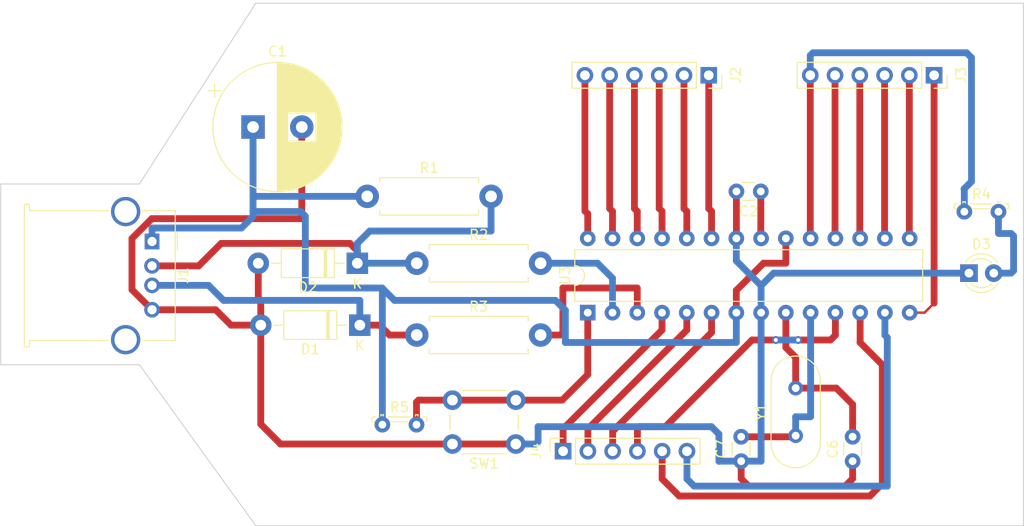
<source format=kicad_pcb>
(kicad_pcb (version 20211014) (generator pcbnew)
  (layers (0 "F.Cu" signal) (31 "B.Cu" signal) (34 "B.Paste" user) (35 "F.Paste" user) (36 "B.SilkS" user "B.Silkscreen") (37 "F.SilkS" user "F.Silkscreen") (38 "B.Mask" user) (39 "F.Mask" user) (44 "Edge.Cuts" user))
  (net 0 "")
  (net 1 "VCC")
  (net 2 "GND")
  (net 3 "Net-(C6-Pad2)")
  (net 4 "Net-(C7-Pad2)")
  (net 5 "AREF")
  (net 6 "Net-(D1-Pad1)")
  (net 7 "Net-(D3-Pad2)")
  (net 8 "Net-(R1-Pad2)")
  (net 9 "Rx")
  (net 10 "Tx")
  (net 11 "D11")
  (net 12 "D13")
  (net 13 "RESET")
  (net 14 "D12")
  (net 15 "D2")
  (net 16 "D3")
  (net 17 "D4")
  (net 18 "D5")
  (net 19 "D6")
  (net 20 "D7")
  (net 21 "D8")
  (net 22 "D9")
  (net 23 "D10")
  (net 24 "A0")
  (net 25 "A1")
  (net 26 "A2")
  (net 27 "A3")
  (net 28 "A4")
  (net 29 "A5")
  (footprint "OptoDevice:R_LDR_5.2x5.2mm_P3.5mm_Horizontal" (layer "F.Cu") (at 276.126 125.526)
    (fp_text reference "R4" (at 1.75 -1.79) (layer "F.SilkS"))
    (fp_text value "R")
    (pad "1" thru_hole circle (at 0 0) (size 1.6 1.6) (drill 0.8) (layers *.Cu *.Mask) (net 12 "D13"))
    (pad "2" thru_hole circle (at 3.5 0) (size 1.6 1.6) (drill 0.8) (layers *.Cu *.Mask) (net 7 "Net-(D3-Pad2)"))
  )
  (footprint "Crystal:Crystal_HC49-4H_Vertical" (layer "F.Cu") (at 258.826 148.5 90)
    (fp_text reference "Y1" (at 2.44 -3.525 90) (layer "F.SilkS"))
    (fp_text value "Crystal")
    (pad "1" thru_hole circle (at 0 0 90) (size 1.5 1.5) (drill 0.8) (layers *.Cu *.Mask) (net 4 "Net-(C7-Pad2)"))
    (pad "2" thru_hole circle (at 4.88 0 90) (size 1.5 1.5) (drill 0.8) (layers *.Cu *.Mask) (net 3 "Net-(C6-Pad2)"))
  )
  (footprint "Diode_THT:D_DO-41_SOD81_P10.16mm_Horizontal" (layer "F.Cu") (at 214.122 137.16 180)
    (fp_text reference "D1" (at 5.08 -2.47) (layer "F.SilkS"))
    (fp_text value "1N4007")
    (fp_text user "K" (at 0 -2.1) (layer "F.SilkS"))
    (pad "1" thru_hole rect (at 0 0 180) (size 2.2 2.2) (drill 1.1) (layers *.Cu *.Mask) (net 6 "Net-(D1-Pad1)"))
    (pad "2" thru_hole oval (at 10.16 0 180) (size 2.2 2.2) (drill 1.1) (layers *.Cu *.Mask) (net 2 "GND"))
  )
  (footprint "Resistor_THT:R_Axial_DIN0411_L9.9mm_D3.6mm_P12.70mm_Horizontal" (layer "F.Cu") (at 219.964 130.81)
    (fp_text reference "R2" (at 6.35 -2.92) (layer "F.SilkS"))
    (fp_text value "R")
    (pad "1" thru_hole circle (at 0 0) (size 2.4 2.4) (drill 1.2) (layers *.Cu *.Mask) (net 8 "Net-(R1-Pad2)"))
    (pad "2" thru_hole oval (at 12.7 0) (size 2.4 2.4) (drill 1.2) (layers *.Cu *.Mask) (net 9 "Rx"))
  )
  (footprint "Button_Switch_THT:SW_PUSH_6mm" (layer "F.Cu") (at 230.124 149.352 180)
    (fp_text reference "SW1" (at 3.25 -2) (layer "F.SilkS"))
    (fp_text value "SW_Push")
    (pad "1" thru_hole circle (at 6.5 0 270) (size 2 2) (drill 1.1) (layers *.Cu *.Mask) (net 2 "GND"))
    (pad "1" thru_hole circle (at 0 0 270) (size 2 2) (drill 1.1) (layers *.Cu *.Mask) (net 2 "GND"))
    (pad "2" thru_hole circle (at 6.5 4.5 270) (size 2 2) (drill 1.1) (layers *.Cu *.Mask) (net 13 "RESET"))
    (pad "2" thru_hole circle (at 0 4.5 270) (size 2 2) (drill 1.1) (layers *.Cu *.Mask) (net 13 "RESET"))
  )
  (footprint "Resistor_THT:R_Axial_DIN0411_L9.9mm_D3.6mm_P12.70mm_Horizontal" (layer "F.Cu") (at 214.884 123.952)
    (fp_text reference "R1" (at 6.35 -2.92) (layer "F.SilkS"))
    (fp_text value "R")
    (pad "1" thru_hole circle (at 0 0) (size 2.4 2.4) (drill 1.2) (layers *.Cu *.Mask) (net 1 "VCC"))
    (pad "2" thru_hole oval (at 12.7 0) (size 2.4 2.4) (drill 1.2) (layers *.Cu *.Mask) (net 8 "Net-(R1-Pad2)"))
  )
  (footprint "Connector_PinSocket_2.54mm:PinSocket_1x06_P2.54mm_Vertical" (layer "F.Cu") (at 249.911 111.531 -90)
    (fp_text reference "J2" (at 0 -2.77 90) (layer "F.SilkS"))
    (fp_text value "Conn_01x06_Female")
    (pad "1" thru_hole rect (at 0 0 270) (size 1.7 1.7) (drill 1) (layers *.Cu *.Mask) (net 24 "A0"))
    (pad "2" thru_hole oval (at 0 2.54 270) (size 1.7 1.7) (drill 1) (layers *.Cu *.Mask) (net 25 "A1"))
    (pad "3" thru_hole oval (at 0 5.08 270) (size 1.7 1.7) (drill 1) (layers *.Cu *.Mask) (net 26 "A2"))
    (pad "4" thru_hole oval (at 0 7.62 270) (size 1.7 1.7) (drill 1) (layers *.Cu *.Mask) (net 27 "A3"))
    (pad "5" thru_hole oval (at 0 10.16 270) (size 1.7 1.7) (drill 1) (layers *.Cu *.Mask) (net 28 "A4"))
    (pad "6" thru_hole oval (at 0 12.7 270) (size 1.7 1.7) (drill 1) (layers *.Cu *.Mask) (net 29 "A5"))
  )
  (footprint "Diode_THT:D_DO-41_SOD81_P10.16mm_Horizontal" (layer "F.Cu") (at 213.868 130.81 180)
    (fp_text reference "D2" (at 5.08 -2.47) (layer "F.SilkS"))
    (fp_text value "1N4007")
    (fp_text user "K" (at 0 -2.1) (layer "F.SilkS"))
    (pad "1" thru_hole rect (at 0 0 180) (size 2.2 2.2) (drill 1.1) (layers *.Cu *.Mask) (net 8 "Net-(R1-Pad2)"))
    (pad "2" thru_hole oval (at 10.16 0 180) (size 2.2 2.2) (drill 1.1) (layers *.Cu *.Mask) (net 2 "GND"))
  )
  (footprint "Capacitor_THT:C_Disc_D3.0mm_W1.6mm_P2.50mm" (layer "F.Cu") (at 255.25 123.444 180)
    (fp_text reference "C2" (at 1.25 -2.05) (layer "F.SilkS"))
    (fp_text value "C")
    (pad "1" thru_hole circle (at 0 0 180) (size 1.6 1.6) (drill 0.8) (layers *.Cu *.Mask) (net 5 "AREF"))
    (pad "2" thru_hole circle (at 2.5 0 180) (size 1.6 1.6) (drill 0.8) (layers *.Cu *.Mask) (net 2 "GND"))
  )
  (footprint "Package_DIP:DIP-28_W7.62mm" (layer "F.Cu") (at 237.5 135.88 90)
    (fp_text reference "U3" (at 3.81 -2.33 90) (layer "F.SilkS"))
    (fp_text value "ATmega328P-PU")
    (pad "1" thru_hole rect (at 0 0 90) (size 1.6 1.6) (drill 0.8) (layers *.Cu *.Mask) (net 13 "RESET"))
    (pad "2" thru_hole oval (at 0 2.54 90) (size 1.6 1.6) (drill 0.8) (layers *.Cu *.Mask) (net 9 "Rx"))
    (pad "3" thru_hole oval (at 0 5.08 90) (size 1.6 1.6) (drill 0.8) (layers *.Cu *.Mask) (net 10 "Tx"))
    (pad "4" thru_hole oval (at 0 7.62 90) (size 1.6 1.6) (drill 0.8) (layers *.Cu *.Mask) (net 15 "D2"))
    (pad "5" thru_hole oval (at 0 10.16 90) (size 1.6 1.6) (drill 0.8) (layers *.Cu *.Mask) (net 16 "D3"))
    (pad "6" thru_hole oval (at 0 12.7 90) (size 1.6 1.6) (drill 0.8) (layers *.Cu *.Mask) (net 17 "D4"))
    (pad "7" thru_hole oval (at 0 15.24 90) (size 1.6 1.6) (drill 0.8) (layers *.Cu *.Mask) (net 1 "VCC"))
    (pad "8" thru_hole oval (at 0 17.78 90) (size 1.6 1.6) (drill 0.8) (layers *.Cu *.Mask) (net 2 "GND"))
    (pad "9" thru_hole oval (at 0 20.32 90) (size 1.6 1.6) (drill 0.8) (layers *.Cu *.Mask) (net 3 "Net-(C6-Pad2)"))
    (pad "10" thru_hole oval (at 0 22.86 90) (size 1.6 1.6) (drill 0.8) (layers *.Cu *.Mask) (net 4 "Net-(C7-Pad2)"))
    (pad "11" thru_hole oval (at 0 25.4 90) (size 1.6 1.6) (drill 0.8) (layers *.Cu *.Mask) (net 18 "D5"))
    (pad "12" thru_hole oval (at 0 27.94 90) (size 1.6 1.6) (drill 0.8) (layers *.Cu *.Mask) (net 19 "D6"))
    (pad "13" thru_hole oval (at 0 30.48 90) (size 1.6 1.6) (drill 0.8) (layers *.Cu *.Mask) (net 20 "D7"))
    (pad "14" thru_hole oval (at 0 33.02 90) (size 1.6 1.6) (drill 0.8) (layers *.Cu *.Mask) (net 21 "D8"))
    (pad "15" thru_hole oval (at 7.62 33.02 90) (size 1.6 1.6) (drill 0.8) (layers *.Cu *.Mask) (net 22 "D9"))
    (pad "16" thru_hole oval (at 7.62 30.48 90) (size 1.6 1.6) (drill 0.8) (layers *.Cu *.Mask) (net 23 "D10"))
    (pad "17" thru_hole oval (at 7.62 27.94 90) (size 1.6 1.6) (drill 0.8) (layers *.Cu *.Mask) (net 11 "D11"))
    (pad "18" thru_hole oval (at 7.62 25.4 90) (size 1.6 1.6) (drill 0.8) (layers *.Cu *.Mask) (net 14 "D12"))
    (pad "19" thru_hole oval (at 7.62 22.86 90) (size 1.6 1.6) (drill 0.8) (layers *.Cu *.Mask) (net 12 "D13"))
    (pad "20" thru_hole oval (at 7.62 20.32 90) (size 1.6 1.6) (drill 0.8) (layers *.Cu *.Mask) (net 1 "VCC"))
    (pad "21" thru_hole oval (at 7.62 17.78 90) (size 1.6 1.6) (drill 0.8) (layers *.Cu *.Mask) (net 5 "AREF"))
    (pad "22" thru_hole oval (at 7.62 15.24 90) (size 1.6 1.6) (drill 0.8) (layers *.Cu *.Mask) (net 2 "GND"))
    (pad "23" thru_hole oval (at 7.62 12.7 90) (size 1.6 1.6) (drill 0.8) (layers *.Cu *.Mask) (net 24 "A0"))
    (pad "24" thru_hole oval (at 7.62 10.16 90) (size 1.6 1.6) (drill 0.8) (layers *.Cu *.Mask) (net 25 "A1"))
    (pad "25" thru_hole oval (at 7.62 7.62 90) (size 1.6 1.6) (drill 0.8) (layers *.Cu *.Mask) (net 26 "A2"))
    (pad "26" thru_hole oval (at 7.62 5.08 90) (size 1.6 1.6) (drill 0.8) (layers *.Cu *.Mask) (net 27 "A3"))
    (pad "27" thru_hole oval (at 7.62 2.54 90) (size 1.6 1.6) (drill 0.8) (layers *.Cu *.Mask) (net 28 "A4"))
    (pad "28" thru_hole oval (at 7.62 0 90) (size 1.6 1.6) (drill 0.8) (layers *.Cu *.Mask) (net 29 "A5"))
  )
  (footprint "Resistor_THT:R_Axial_DIN0411_L9.9mm_D3.6mm_P12.70mm_Horizontal" (layer "F.Cu") (at 219.964 138.176)
    (fp_text reference "R3" (at 6.35 -2.92) (layer "F.SilkS"))
    (fp_text value "R")
    (pad "1" thru_hole circle (at 0 0) (size 2.4 2.4) (drill 1.2) (layers *.Cu *.Mask) (net 6 "Net-(D1-Pad1)"))
    (pad "2" thru_hole oval (at 12.7 0) (size 2.4 2.4) (drill 1.2) (layers *.Cu *.Mask) (net 10 "Tx"))
  )
  (footprint "LED_THT:LED_D3.0mm_Clear" (layer "F.Cu") (at 276.601 131.826)
    (fp_text reference "D3" (at 1.27 -2.96) (layer "F.SilkS"))
    (fp_text value "LED")
    (pad "1" thru_hole rect (at 0 0) (size 1.8 1.8) (drill 0.9) (layers *.Cu *.Mask) (net 2 "GND"))
    (pad "2" thru_hole circle (at 2.54 0) (size 1.8 1.8) (drill 0.9) (layers *.Cu *.Mask) (net 7 "Net-(D3-Pad2)"))
  )
  (footprint "Capacitor_THT:CP_Radial_D13.0mm_P5.00mm" (layer "F.Cu") (at 203.170785 116.84)
    (fp_text reference "C1" (at 2.5 -7.75) (layer "F.SilkS"))
    (fp_text value "C")
    (pad "1" thru_hole rect (at 0 0) (size 2.4 2.4) (drill 1.2) (layers *.Cu *.Mask) (net 1 "VCC"))
    (pad "2" thru_hole circle (at 5 0) (size 2.4 2.4) (drill 1.2) (layers *.Cu *.Mask) (net 2 "GND"))
  )
  (footprint "Connector_PinSocket_2.54mm:PinSocket_1x06_P2.54mm_Vertical" (layer "F.Cu") (at 234.975 150.089 90)
    (fp_text reference "J4" (at 0 -2.77 90) (layer "F.SilkS"))
    (fp_text value "Conn_01x06_Female")
    (pad "1" thru_hole rect (at 0 0 90) (size 1.7 1.7) (drill 1) (layers *.Cu *.Mask) (net 15 "D2"))
    (pad "2" thru_hole oval (at 0 2.54 90) (size 1.7 1.7) (drill 1) (layers *.Cu *.Mask) (net 16 "D3"))
    (pad "3" thru_hole oval (at 0 5.08 90) (size 1.7 1.7) (drill 1) (layers *.Cu *.Mask) (net 17 "D4"))
    (pad "4" thru_hole oval (at 0 7.62 90) (size 1.7 1.7) (drill 1) (layers *.Cu *.Mask) (net 18 "D5"))
    (pad "5" thru_hole oval (at 0 10.16 90) (size 1.7 1.7) (drill 1) (layers *.Cu *.Mask) (net 19 "D6"))
    (pad "6" thru_hole oval (at 0 12.7 90) (size 1.7 1.7) (drill 1) (layers *.Cu *.Mask) (net 20 "D7"))
  )
  (footprint "Capacitor_THT:C_Disc_D3.0mm_W1.6mm_P2.50mm" (layer "F.Cu") (at 253.238 151.11 90)
    (fp_text reference "C7" (at 1.25 -2.05 90) (layer "F.SilkS"))
    (fp_text value "C")
    (pad "1" thru_hole circle (at 0 0 90) (size 1.6 1.6) (drill 0.8) (layers *.Cu *.Mask) (net 2 "GND"))
    (pad "2" thru_hole circle (at 2.5 0 90) (size 1.6 1.6) (drill 0.8) (layers *.Cu *.Mask) (net 4 "Net-(C7-Pad2)"))
  )
  (footprint "Connector_PinSocket_2.54mm:PinSocket_1x06_P2.54mm_Vertical" (layer "F.Cu") (at 273.025 111.531 -90)
    (fp_text reference "J3" (at 0 -2.77 90) (layer "F.SilkS"))
    (fp_text value "Conn_01x06_Female")
    (pad "1" thru_hole rect (at 0 0 270) (size 1.7 1.7) (drill 1) (layers *.Cu *.Mask) (net 21 "D8"))
    (pad "2" thru_hole oval (at 0 2.54 270) (size 1.7 1.7) (drill 1) (layers *.Cu *.Mask) (net 22 "D9"))
    (pad "3" thru_hole oval (at 0 5.08 270) (size 1.7 1.7) (drill 1) (layers *.Cu *.Mask) (net 23 "D10"))
    (pad "4" thru_hole oval (at 0 7.62 270) (size 1.7 1.7) (drill 1) (layers *.Cu *.Mask) (net 11 "D11"))
    (pad "5" thru_hole oval (at 0 10.16 270) (size 1.7 1.7) (drill 1) (layers *.Cu *.Mask) (net 14 "D12"))
    (pad "6" thru_hole oval (at 0 12.7 270) (size 1.7 1.7) (drill 1) (layers *.Cu *.Mask) (net 12 "D13"))
  )
  (footprint "Connector_USB:USB_A_Molex_67643_Horizontal" (layer "F.Cu") (at 192.812 128.58 -90)
    (fp_text reference "J1" (at 3.5 -3.19 90) (layer "F.SilkS"))
    (fp_text value "USB_A(new)")
    (pad "1" thru_hole rect (at 0 0 270) (size 1.6 1.5) (drill 0.95) (layers *.Cu *.Mask) (net 1 "VCC"))
    (pad "2" thru_hole circle (at 2.5 0 270) (size 1.6 1.6) (drill 0.95) (layers *.Cu *.Mask) (net 8 "Net-(R1-Pad2)"))
    (pad "3" thru_hole circle (at 4.5 0 270) (size 1.6 1.6) (drill 0.95) (layers *.Cu *.Mask) (net 6 "Net-(D1-Pad1)"))
    (pad "4" thru_hole circle (at 7 0 270) (size 1.6 1.6) (drill 0.95) (layers *.Cu *.Mask) (net 2 "GND"))
    (pad "5" thru_hole circle (at -3.07 2.71 270) (size 3 3) (drill 2.3) (layers *.Cu *.Mask))
    (pad "5" thru_hole circle (at 10.07 2.71 270) (size 3 3) (drill 2.3) (layers *.Cu *.Mask))
  )
  (footprint "OptoDevice:R_LDR_5.2x5.2mm_P3.5mm_Horizontal" (layer "F.Cu") (at 216.436 147.37)
    (fp_text reference "R5" (at 1.75 -1.79) (layer "F.SilkS"))
    (fp_text value "R")
    (pad "1" thru_hole circle (at 0 0) (size 1.6 1.6) (drill 0.8) (layers *.Cu *.Mask) (net 1 "VCC"))
    (pad "2" thru_hole circle (at 3.5 0) (size 1.6 1.6) (drill 0.8) (layers *.Cu *.Mask) (net 13 "RESET"))
  )
  (footprint "Capacitor_THT:C_Disc_D3.0mm_W1.6mm_P2.50mm" (layer "F.Cu") (at 264.668 151.11 90)
    (fp_text reference "C6" (at 1.25 -2.05 90) (layer "F.SilkS"))
    (fp_text value "C")
    (pad "1" thru_hole circle (at 0 0 90) (size 1.6 1.6) (drill 0.8) (layers *.Cu *.Mask) (net 2 "GND"))
    (pad "2" thru_hole circle (at 2.5 0 90) (size 1.6 1.6) (drill 0.8) (layers *.Cu *.Mask) (net 3 "Net-(C6-Pad2)"))
  )
  (gr_line (start 177.292 139.7) (end 177.292 123.952) (layer "Edge.Cuts") (width 0.1))
  (gr_line (start 203.454 157.734) (end 191.516 141.224) (layer "Edge.Cuts") (width 0.1))
  (gr_line (start 177.292 141.224) (end 177.292 139.7) (layer "Edge.Cuts") (width 0.1))
  (gr_line (start 191.516 122.682) (end 203.454 104.14) (layer "Edge.Cuts") (width 0.1))
  (gr_line (start 203.454 104.14) (end 282.194 104.14) (layer "Edge.Cuts") (width 0.1))
  (gr_line (start 177.292 123.952) (end 177.292 122.682) (layer "Edge.Cuts") (width 0.1))
  (gr_line (start 282.194 157.734) (end 203.454 157.734) (layer "Edge.Cuts") (width 0.1))
  (gr_line (start 177.292 122.682) (end 191.516 122.682) (layer "Edge.Cuts") (width 0.1))
  (gr_line (start 191.516 141.224) (end 177.292 141.224) (layer "Edge.Cuts") (width 0.1))
  (gr_line (start 282.194 104.14) (end 282.194 157.734) (layer "Edge.Cuts") (width 0.1))
  (segment (start 252.74 135.88) (end 252.74 133.594) (width 0.7) (layer "F.Cu") (net 1))
  (segment (start 255.524 130.81) (end 257.81 130.81) (width 0.7) (layer "F.Cu") (net 1))
  (segment (start 252.74 133.594) (end 255.524 130.81) (width 0.7) (layer "F.Cu") (net 1))
  (segment (start 257.81 130.81) (end 257.82 130.8) (width 0.25) (layer "F.Cu") (net 1))
  (segment (start 257.82 130.8) (end 257.82 128.26) (width 0.7) (layer "F.Cu") (net 1))
  (segment (start 203.170785 123.981215) (end 203.170785 116.84) (width 0.7) (layer "B.Cu") (net 1))
  (segment (start 203.2 123.952) (end 203.170785 123.981215) (width 0.25) (layer "B.Cu") (net 1))
  (segment (start 203.170785 125.505215) (end 203.170785 123.981215) (width 0.7) (layer "B.Cu") (net 1))
  (segment (start 208.055215 125.505215) (end 203.170785 125.505215) (width 0.7) (layer "B.Cu") (net 1))
  (segment (start 235.204 135.636) (end 235.204 138.938) (width 0.7) (layer "B.Cu") (net 1))
  (segment (start 203.170785 126.013215) (end 203.170785 125.505215) (width 0.7) (layer "B.Cu") (net 1))
  (segment (start 192.812 127.198785) (end 201.985215 127.198785) (width 0.7) (layer "B.Cu") (net 1))
  (segment (start 216.408 133.35) (end 208.534 133.35) (width 0.7) (layer "B.Cu") (net 1))
  (segment (start 208.534 125.984) (end 208.055215 125.505215) (width 0.7) (layer "B.Cu") (net 1))
  (segment (start 214.884 123.952) (end 203.2 123.952) (width 0.7) (layer "B.Cu") (net 1))
  (segment (start 216.436 133.378) (end 216.436 147.37) (width 0.7) (layer "B.Cu") (net 1))
  (segment (start 201.985215 127.198785) (end 203.170785 126.013215) (width 0.7) (layer "B.Cu") (net 1))
  (segment (start 216.436 133.378) (end 216.408 133.35) (width 0.25) (layer "B.Cu") (net 1))
  (segment (start 252.74 138.928) (end 252.74 135.88) (width 0.7) (layer "B.Cu") (net 1))
  (segment (start 217.678 134.62) (end 234.188 134.62) (width 0.7) (layer "B.Cu") (net 1))
  (segment (start 208.534 133.35) (end 208.534 125.984) (width 0.7) (layer "B.Cu") (net 1))
  (segment (start 252.73 138.938) (end 252.74 138.928) (width 0.25) (layer "B.Cu") (net 1))
  (segment (start 192.812 128.58) (end 192.812 127.198785) (width 0.7) (layer "B.Cu") (net 1))
  (segment (start 234.188 134.62) (end 235.204 135.636) (width 0.7) (layer "B.Cu") (net 1))
  (segment (start 235.204 138.938) (end 252.73 138.938) (width 0.7) (layer "B.Cu") (net 1))
  (segment (start 216.436 133.378) (end 217.678 134.62) (width 0.7) (layer "B.Cu") (net 1))
  (segment (start 252.75 128.25) (end 252.74 128.26) (width 0.25) (layer "F.Cu") (net 2))
  (segment (start 203.962 134.62) (end 203.962 137.16) (width 0.7) (layer "F.Cu") (net 2))
  (segment (start 192.812 135.58) (end 190.754 133.522) (width 0.7) (layer "F.Cu") (net 2))
  (segment (start 190.754 133.522) (end 190.754 128.27) (width 0.7) (layer "F.Cu") (net 2))
  (segment (start 208.170785 126.128785) (end 208.170785 116.84) (width 0.7) (layer "F.Cu") (net 2))
  (segment (start 203.962 137.16) (end 203.962 147.32) (width 0.7) (layer "F.Cu") (net 2))
  (segment (start 190.754 128.27) (end 192.786 126.238) (width 0.7) (layer "F.Cu") (net 2))
  (segment (start 203.708 134.366) (end 203.962 134.62) (width 0.7) (layer "F.Cu") (net 2))
  (segment (start 205.994 149.352) (end 223.624 149.352) (width 0.7) (layer "F.Cu") (net 2))
  (segment (start 223.624 149.352) (end 230.124 149.352) (width 0.7) (layer "F.Cu") (net 2))
  (segment (start 253.238 152.908) (end 254 153.67) (width 0.7) (layer "F.Cu") (net 2))
  (segment (start 192.812 135.58) (end 199.334 135.58) (width 0.7) (layer "F.Cu") (net 2))
  (segment (start 203.708 130.81) (end 203.708 134.366) (width 0.7) (layer "F.Cu") (net 2))
  (segment (start 263.906 153.67) (end 264.668 152.908) (width 0.7) (layer "F.Cu") (net 2))
  (segment (start 252.75 123.444) (end 252.75 128.25) (width 0.7) (layer "F.Cu") (net 2))
  (segment (start 200.914 137.16) (end 203.962 137.16) (width 0.7) (layer "F.Cu") (net 2))
  (segment (start 192.786 126.238) (end 208.28 126.238) (width 0.7) (layer "F.Cu") (net 2))
  (segment (start 254 153.67) (end 263.906 153.67) (width 0.7) (layer "F.Cu") (net 2))
  (segment (start 208.28 126.238) (end 208.170785 126.128785) (width 0.25) (layer "F.Cu") (net 2))
  (segment (start 253.238 151.11) (end 253.238 152.908) (width 0.7) (layer "F.Cu") (net 2))
  (segment (start 264.668 152.908) (end 264.668 151.11) (width 0.7) (layer "F.Cu") (net 2))
  (segment (start 199.334 135.58) (end 200.914 137.16) (width 0.7) (layer "F.Cu") (net 2))
  (segment (start 203.962 147.32) (end 205.994 149.352) (width 0.7) (layer "F.Cu") (net 2))
  (segment (start 256.56 131.826) (end 255.28 133.106) (width 0.7) (layer "B.Cu") (net 2))
  (segment (start 255.28 133.106) (end 255.28 135.88) (width 0.7) (layer "B.Cu") (net 2))
  (segment (start 255.25 151.11) (end 255.27 151.13) (width 0.25) (layer "B.Cu") (net 2))
  (segment (start 255.28 151.12) (end 255.28 135.88) (width 0.7) (layer "B.Cu") (net 2))
  (segment (start 252.74 130.566) (end 255.28 133.106) (width 0.7) (layer "B.Cu") (net 2))
  (segment (start 255.27 151.13) (end 255.28 151.12) (width 0.25) (layer "B.Cu") (net 2))
  (segment (start 250.972 151.11) (end 253.238 151.11) (width 0.7) (layer "B.Cu") (net 2))
  (segment (start 232.156 149.352) (end 232.41 149.098) (width 0.7) (layer "B.Cu") (net 2))
  (segment (start 250.952 148.336) (end 250.952 151.13) (width 0.7) (layer "B.Cu") (net 2))
  (segment (start 252.74 128.26) (end 252.74 130.566) (width 0.7) (layer "B.Cu") (net 2))
  (segment (start 230.124 149.352) (end 232.156 149.352) (width 0.7) (layer "B.Cu") (net 2))
  (segment (start 232.41 147.574) (end 250.19 147.574) (width 0.7) (layer "B.Cu") (net 2))
  (segment (start 276.601 131.826) (end 256.56 131.826) (width 0.7) (layer "B.Cu") (net 2))
  (segment (start 253.238 151.11) (end 255.25 151.11) (width 0.7) (layer "B.Cu") (net 2))
  (segment (start 250.19 147.574) (end 250.952 148.336) (width 0.7) (layer "B.Cu") (net 2))
  (segment (start 250.952 151.13) (end 250.972 151.11) (width 0.25) (layer "B.Cu") (net 2))
  (segment (start 232.41 149.098) (end 232.41 147.574) (width 0.7) (layer "B.Cu") (net 2))
  (segment (start 257.81 139.446) (end 257.82 139.436) (width 0.25) (layer "F.Cu") (net 3))
  (segment (start 263 143.62) (end 264.668 145.288) (width 0.7) (layer "F.Cu") (net 3))
  (segment (start 258.826 140.462) (end 257.81 139.446) (width 0.7) (layer "F.Cu") (net 3))
  (segment (start 264.668 145.288) (end 264.668 148.61) (width 0.7) (layer "F.Cu") (net 3))
  (segment (start 257.82 139.436) (end 257.82 135.88) (width 0.7) (layer "F.Cu") (net 3))
  (segment (start 258.826 143.62) (end 263 143.62) (width 0.7) (layer "F.Cu") (net 3))
  (segment (start 258.826 143.62) (end 258.826 140.462) (width 0.7) (layer "F.Cu") (net 3))
  (segment (start 253.238 148.61) (end 258.716 148.61) (width 0.7) (layer "F.Cu") (net 4))
  (segment (start 258.716 148.61) (end 258.826 148.5) (width 0.25) (layer "F.Cu") (net 4))
  (segment (start 258.826 146.558) (end 260.35 146.558) (width 0.7) (layer "B.Cu") (net 4))
  (segment (start 260.35 146.558) (end 260.36 146.548) (width 0.25) (layer "B.Cu") (net 4))
  (segment (start 260.36 146.548) (end 260.36 135.88) (width 0.7) (layer "B.Cu") (net 4))
  (segment (start 258.826 148.5) (end 258.826 146.558) (width 0.7) (layer "B.Cu") (net 4))
  (segment (start 255.25 128.23) (end 255.28 128.26) (width 0.25) (layer "F.Cu") (net 5))
  (segment (start 255.25 123.444) (end 255.25 128.23) (width 0.7) (layer "F.Cu") (net 5))
  (segment (start 217.17 138.176) (end 219.964 138.176) (width 0.7) (layer "F.Cu") (net 6))
  (segment (start 216.154 137.16) (end 217.17 138.176) (width 0.7) (layer "F.Cu") (net 6))
  (segment (start 214.122 137.16) (end 216.154 137.16) (width 0.7) (layer "F.Cu") (net 6))
  (segment (start 198.612 133.08) (end 200.152 134.62) (width 0.7) (layer "B.Cu") (net 6))
  (segment (start 192.812 133.08) (end 198.612 133.08) (width 0.7) (layer "B.Cu") (net 6))
  (segment (start 200.152 134.62) (end 214.122 134.62) (width 0.7) (layer "B.Cu") (net 6))
  (segment (start 214.122 134.62) (end 214.122 137.16) (width 0.7) (layer "B.Cu") (net 6))
  (segment (start 279.141 131.826) (end 280.924 131.826) (width 0.7) (layer "B.Cu") (net 7))
  (segment (start 281.178 131.572) (end 281.178 128.016) (width 0.7) (layer "B.Cu") (net 7))
  (segment (start 279.626 127.734) (end 279.626 125.526) (width 0.7) (layer "B.Cu") (net 7))
  (segment (start 281.178 128.016) (end 280.924 127.762) (width 0.7) (layer "B.Cu") (net 7))
  (segment (start 280.924 127.762) (end 279.654 127.762) (width 0.7) (layer "B.Cu") (net 7))
  (segment (start 280.924 131.826) (end 281.178 131.572) (width 0.7) (layer "B.Cu") (net 7))
  (segment (start 279.654 127.762) (end 279.626 127.734) (width 0.25) (layer "B.Cu") (net 7))
  (segment (start 213.106 128.778) (end 213.487 129.159) (width 0.7) (layer "F.Cu") (net 8))
  (segment (start 197.596 131.08) (end 199.898 128.778) (width 0.7) (layer "F.Cu") (net 8))
  (segment (start 192.812 131.08) (end 197.596 131.08) (width 0.7) (layer "F.Cu") (net 8))
  (segment (start 213.868 129.54) (end 213.868 130.81) (width 0.7) (layer "F.Cu") (net 8))
  (segment (start 199.898 128.778) (end 213.106 128.778) (width 0.7) (layer "F.Cu") (net 8))
  (segment (start 213.487 129.159) (end 213.868 129.54) (width 0.7) (layer "F.Cu") (net 8))
  (segment (start 227.584 127.508) (end 227.584 123.952) (width 0.7) (layer "B.Cu") (net 8))
  (segment (start 215.138 127.508) (end 227.584 127.508) (width 0.7) (layer "B.Cu") (net 8))
  (segment (start 213.868 128.778) (end 215.138 127.508) (width 0.7) (layer "B.Cu") (net 8))
  (segment (start 213.868 130.81) (end 213.868 128.778) (width 0.7) (layer "B.Cu") (net 8))
  (segment (start 213.868 130.81) (end 219.964 130.81) (width 0.7) (layer "B.Cu") (net 8))
  (segment (start 240.04 132.344) (end 240.04 135.88) (width 0.7) (layer "B.Cu") (net 9))
  (segment (start 232.664 130.81) (end 238.506 130.81) (width 0.7) (layer "B.Cu") (net 9))
  (segment (start 238.506 130.81) (end 240.04 132.344) (width 0.7) (layer "B.Cu") (net 9))
  (segment (start 234.696 138.176) (end 232.664 138.176) (width 0.7) (layer "F.Cu") (net 10))
  (segment (start 242.57 133.35) (end 234.95 133.35) (width 0.7) (layer "F.Cu") (net 10))
  (segment (start 234.95 133.35) (end 234.95 137.922) (width 0.7) (layer "F.Cu") (net 10))
  (segment (start 242.58 133.36) (end 242.57 133.35) (width 0.25) (layer "F.Cu") (net 10))
  (segment (start 234.95 137.922) (end 234.696 138.176) (width 0.7) (layer "F.Cu") (net 10))
  (segment (start 242.58 135.88) (end 242.58 133.36) (width 0.7) (layer "F.Cu") (net 10))
  (segment (start 265.405 128.225) (end 265.44 128.26) (width 0.25) (layer "F.Cu") (net 11))
  (segment (start 265.405 111.531) (end 265.405 128.225) (width 0.7) (layer "F.Cu") (net 11))
  (segment (start 260.325 128.225) (end 260.36 128.26) (width 0.25) (layer "F.Cu") (net 12))
  (segment (start 260.325 111.531) (end 260.325 128.225) (width 0.7) (layer "F.Cu") (net 12))
  (segment (start 276.098 123.19) (end 276.126 123.218) (width 0.25) (layer "B.Cu") (net 12))
  (segment (start 276.86 122.428) (end 276.098 123.19) (width 0.7) (layer "B.Cu") (net 12))
  (segment (start 260.325 111.531) (end 260.325 109.499) (width 0.7) (layer "B.Cu") (net 12))
  (segment (start 276.126 123.218) (end 276.126 125.526) (width 0.7) (layer "B.Cu") (net 12))
  (segment (start 260.325 109.499) (end 260.604 109.22) (width 0.7) (layer "B.Cu") (net 12))
  (segment (start 260.604 109.22) (end 276.352 109.22) (width 0.7) (layer "B.Cu") (net 12))
  (segment (start 276.86 109.728) (end 276.86 122.428) (width 0.7) (layer "B.Cu") (net 12))
  (segment (start 276.352 109.22) (end 276.86 109.728) (width 0.7) (layer "B.Cu") (net 12))
  (segment (start 220.146 144.852) (end 223.624 144.852) (width 0.7) (layer "F.Cu") (net 13))
  (segment (start 219.936 145.062) (end 220.146 144.852) (width 0.7) (layer "F.Cu") (net 13))
  (segment (start 219.936 147.37) (end 219.936 145.062) (width 0.7) (layer "F.Cu") (net 13))
  (segment (start 230.124 144.852) (end 234.878 144.852) (width 0.7) (layer "F.Cu") (net 13))
  (segment (start 237.5 142.23) (end 237.5 135.88) (width 0.7) (layer "F.Cu") (net 13))
  (segment (start 234.878 144.852) (end 237.5 142.23) (width 0.7) (layer "F.Cu") (net 13))
  (segment (start 223.624 144.852) (end 230.124 144.852) (width 0.7) (layer "F.Cu") (net 13))
  (segment (start 262.865 128.225) (end 262.9 128.26) (width 0.25) (layer "F.Cu") (net 14))
  (segment (start 262.865 111.531) (end 262.865 128.225) (width 0.7) (layer "F.Cu") (net 14))
  (segment (start 234.975 147.803) (end 245.12 137.658) (width 0.7) (layer "F.Cu") (net 15))
  (segment (start 245.12 137.658) (end 245.12 135.88) (width 0.7) (layer "F.Cu") (net 15))
  (segment (start 234.975 150.089) (end 234.975 147.803) (width 0.7) (layer "F.Cu") (net 15))
  (segment (start 247.66 137.658) (end 247.66 135.88) (width 0.7) (layer "F.Cu") (net 16))
  (segment (start 237.515 147.803) (end 247.66 137.658) (width 0.7) (layer "F.Cu") (net 16))
  (segment (start 237.515 150.089) (end 237.515 147.803) (width 0.7) (layer "F.Cu") (net 16))
  (segment (start 250.2 137.912) (end 250.2 135.88) (width 0.7) (layer "F.Cu") (net 17))
  (segment (start 240.055 150.089) (end 240.055 148.057) (width 0.7) (layer "F.Cu") (net 17))
  (segment (start 240.055 148.057) (end 250.2 137.912) (width 0.7) (layer "F.Cu") (net 17))
  (segment (start 242.595 147.803) (end 242.824 147.574) (width 0.7) (layer "F.Cu") (net 18))
  (segment (start 262.9 138.186) (end 262.9 135.88) (width 0.7) (layer "F.Cu") (net 18))
  (segment (start 245.466991 147.574) (end 254.356991 138.684) (width 0.7) (layer "F.Cu") (net 18))
  (segment (start 262.9 138.186) (end 262.402 138.684) (width 0.7) (layer "F.Cu") (net 18))
  (segment (start 262.382 138.684) (end 259.08 138.684) (width 0.7) (layer "F.Cu") (net 18))
  (segment (start 262.402 138.684) (end 262.382 138.684) (width 0.25) (layer "F.Cu") (net 18))
  (segment (start 254.356991 138.684) (end 256.794 138.684) (width 0.7) (layer "F.Cu") (net 18))
  (segment (start 242.595 150.089) (end 242.595 147.803) (width 0.7) (layer "F.Cu") (net 18))
  (segment (start 242.824 147.574) (end 245.466991 147.574) (width 0.7) (layer "F.Cu") (net 18))
  (via (at 259.08 138.684) (size 0.8) (drill 0.4) (layers "F.Cu" "B.Cu") (net 18))
  (via (at 256.794 138.684) (size 0.8) (drill 0.4) (layers "F.Cu" "B.Cu") (net 18))
  (segment (start 256.794 138.684) (end 259.08 138.684) (width 0.7) (layer "B.Cu") (net 18))
  (segment (start 265.43 138.938) (end 265.44 138.928) (width 0.25) (layer "F.Cu") (net 19))
  (segment (start 267.716 141.224) (end 265.43 138.938) (width 0.7) (layer "F.Cu") (net 19))
  (segment (start 265.44 138.928) (end 265.44 135.88) (width 0.7) (layer "F.Cu") (net 19))
  (segment (start 245.135 150.089) (end 245.135 152.933) (width 0.7) (layer "F.Cu") (net 19))
  (segment (start 267.716 153.416) (end 267.716 141.224) (width 0.7) (layer "F.Cu") (net 19))
  (segment (start 245.135 152.933) (end 246.888 154.686) (width 0.7) (layer "F.Cu") (net 19))
  (segment (start 246.888 154.686) (end 266.446 154.686) (width 0.7) (layer "F.Cu") (net 19))
  (segment (start 266.446 154.686) (end 267.716 153.416) (width 0.7) (layer "F.Cu") (net 19))
  (segment (start 247.675 150.089) (end 247.675 152.933) (width 0.7) (layer "B.Cu") (net 20))
  (segment (start 267.97 138.176) (end 267.98 138.166) (width 0.25) (layer "B.Cu") (net 20))
  (segment (start 268.224 138.43) (end 267.97 138.176) (width 0.7) (layer "B.Cu") (net 20))
  (segment (start 267.98 138.166) (end 267.98 135.88) (width 0.7) (layer "B.Cu") (net 20))
  (segment (start 248.412 153.67) (end 268.224 153.67) (width 0.7) (layer "B.Cu") (net 20))
  (segment (start 268.224 153.67) (end 268.224 138.43) (width 0.7) (layer "B.Cu") (net 20))
  (segment (start 247.675 152.933) (end 248.412 153.67) (width 0.7) (layer "B.Cu") (net 20))
  (segment (start 272.044 135.88) (end 270.52 135.88) (width 0.25) (layer "F.Cu") (net 21))
  (segment (start 273.025 134.899) (end 272.044 135.88) (width 0.25) (layer "F.Cu") (net 21))
  (segment (start 273.025 111.531) (end 273.025 134.899) (width 0.7) (layer "F.Cu") (net 21))
  (segment (start 270.485 128.225) (end 270.52 128.26) (width 0.25) (layer "F.Cu") (net 22))
  (segment (start 270.485 111.531) (end 270.485 128.225) (width 0.7) (layer "F.Cu") (net 22))
  (segment (start 267.945 128.225) (end 267.98 128.26) (width 0.25) (layer "F.Cu") (net 23))
  (segment (start 267.945 111.531) (end 267.945 128.225) (width 0.7) (layer "F.Cu") (net 23))
  (segment (start 249.911 125.197) (end 250.2 125.486) (width 0.7) (layer "F.Cu") (net 24))
  (segment (start 249.911 111.531) (end 249.911 125.197) (width 0.7) (layer "F.Cu") (net 24))
  (segment (start 250.2 125.486) (end 250.2 128.26) (width 0.7) (layer "F.Cu") (net 24))
  (segment (start 247.66 125.486) (end 247.66 128.26) (width 0.7) (layer "F.Cu") (net 25))
  (segment (start 247.371 125.197) (end 247.66 125.486) (width 0.7) (layer "F.Cu") (net 25))
  (segment (start 247.371 111.531) (end 247.371 125.197) (width 0.7) (layer "F.Cu") (net 25))
  (segment (start 244.831 125.197) (end 245.12 125.486) (width 0.7) (layer "F.Cu") (net 26))
  (segment (start 245.12 125.486) (end 245.12 128.26) (width 0.7) (layer "F.Cu") (net 26))
  (segment (start 244.831 111.531) (end 244.831 125.197) (width 0.7) (layer "F.Cu") (net 26))
  (segment (start 242.58 125.486) (end 242.58 128.26) (width 0.7) (layer "F.Cu") (net 27))
  (segment (start 242.291 125.197) (end 242.58 125.486) (width 0.7) (layer "F.Cu") (net 27))
  (segment (start 242.291 111.531) (end 242.291 125.197) (width 0.7) (layer "F.Cu") (net 27))
  (segment (start 240.04 125.486) (end 240.04 128.26) (width 0.7) (layer "F.Cu") (net 28))
  (segment (start 239.751 125.197) (end 240.04 125.486) (width 0.7) (layer "F.Cu") (net 28))
  (segment (start 239.751 111.531) (end 239.751 125.197) (width 0.7) (layer "F.Cu") (net 28))
  (segment (start 237.211 111.531) (end 237.211 125.451) (width 0.7) (layer "F.Cu") (net 29))
  (segment (start 237.211 125.451) (end 237.5 125.74) (width 0.7) (layer "F.Cu") (net 29))
  (segment (start 237.5 125.74) (end 237.5 128.26) (width 0.7) (layer "F.Cu") (net 29))
)
</source>
